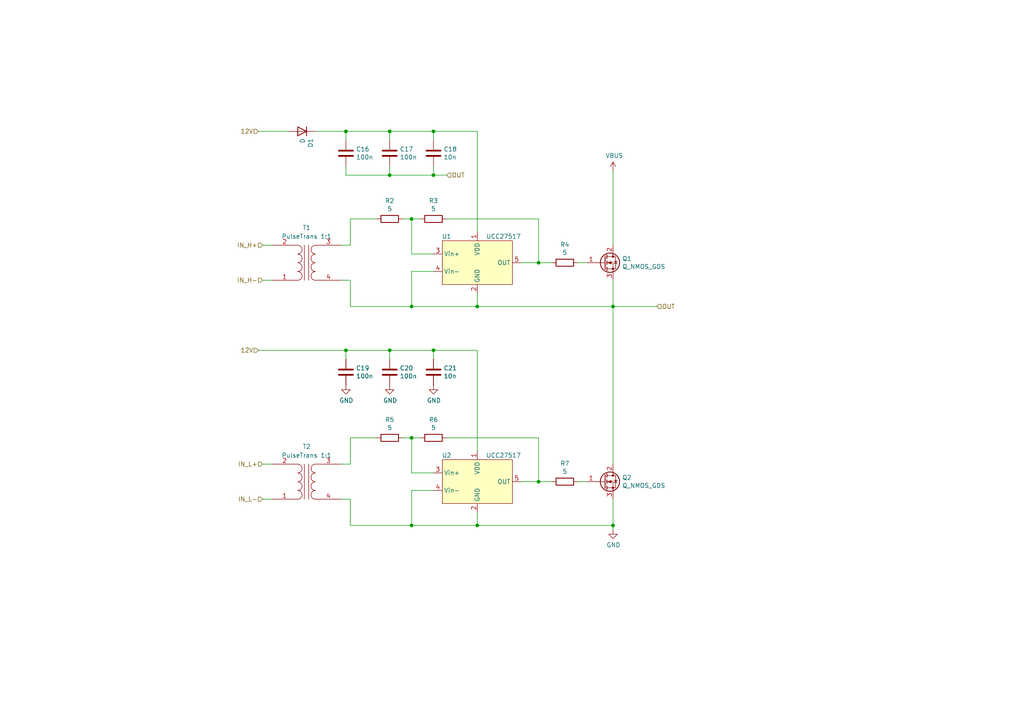
<source format=kicad_sch>
(kicad_sch (version 20211123) (generator eeschema)
  (paper "A4")
  (lib_symbols
    (symbol "Device:C" (pin_numbers hide) (pin_names (offset 0.254))
      (property "Reference" "C" (at 0.635 2.54 0))
      (property "Value" "C" (at 0.635 -2.54 0))
      (symbol "C_0_1"
        (polyline (pts (xy -2.032 -0.762) (xy 2.032 -0.762)) (stroke (width 0.508)))
        (polyline (pts (xy -2.032 0.762) (xy 2.032 0.762)) (stroke (width 0.508)))
      )
      (symbol "C_1_1"
        (pin passive line (at 0 3.81 270) (length 2.794) (name "~") (number "1"))
        (pin passive line (at 0 -3.81 90) (length 2.794) (name "~") (number "2"))
      )
    )
    (symbol "Device:D" (pin_numbers hide) (pin_names (offset 1.016) hide)
      (property "Reference" "D" (at 0 2.54 0))
      (property "Value" "D" (at 0 -2.54 0))
      (symbol "D_0_1"
        (polyline (pts (xy -1.27 1.27) (xy -1.27 -1.27)) (stroke (width 0.254)))
        (polyline (pts (xy 1.27 0) (xy -1.27 0)))
        (polyline (pts (xy 1.27 1.27) (xy 1.27 -1.27) (xy -1.27 0) (xy 1.27 1.27)) (stroke (width 0.254)))
      )
      (symbol "D_1_1"
        (pin passive line (at -3.81 0 0) (length 2.54) (name "K") (number "1"))
        (pin passive line (at 3.81 0 180) (length 2.54) (name "A") (number "2"))
      )
    )
    (symbol "Device:Q_NMOS_GDS" (pin_names (offset 0) hide)
      (property "Reference" "Q" (at 5.08 1.27 0))
      (property "Value" "Q_NMOS_GDS" (at 5.08 -1.27 0))
      (symbol "Q_NMOS_GDS_0_1"
        (polyline (pts (xy 0.254 0) (xy -2.54 0)))
        (polyline (pts (xy 0.254 1.905) (xy 0.254 -1.905)) (stroke (width 0.254)))
        (polyline (pts (xy 0.762 -1.27) (xy 0.762 -2.286)) (stroke (width 0.254)))
        (polyline (pts (xy 0.762 0.508) (xy 0.762 -0.508)) (stroke (width 0.254)))
        (polyline (pts (xy 0.762 2.286) (xy 0.762 1.27)) (stroke (width 0.254)))
        (polyline (pts (xy 2.54 2.54) (xy 2.54 1.778)))
        (polyline (pts (xy 2.54 -2.54) (xy 2.54 0) (xy 0.762 0)))
        (polyline (pts (xy 0.762 -1.778) (xy 3.302 -1.778) (xy 3.302 1.778) (xy 0.762 1.778)))
        (polyline (pts (xy 1.016 0) (xy 2.032 0.381) (xy 2.032 -0.381) (xy 1.016 0)) (fill (type outline)))
        (polyline (pts (xy 2.794 0.508) (xy 2.921 0.381) (xy 3.683 0.381) (xy 3.81 0.254)))
        (polyline (pts (xy 3.302 0.381) (xy 2.921 -0.254) (xy 3.683 -0.254) (xy 3.302 0.381)))
        (circle (center 1.651 0) (radius 2.794) (stroke (width 0.254)))
        (circle (center 2.54 -1.778) (radius 0.254) (fill (type outline)))
        (circle (center 2.54 1.778) (radius 0.254) (fill (type outline)))
      )
      (symbol "Q_NMOS_GDS_1_1"
        (pin input line (at -5.08 0 0) (length 2.54) (name "G") (number "1"))
        (pin passive line (at 2.54 5.08 270) (length 2.54) (name "D") (number "2"))
        (pin passive line (at 2.54 -5.08 90) (length 2.54) (name "S") (number "3"))
      )
    )
    (symbol "Device:R" (pin_numbers hide) (pin_names (offset 0))
      (property "Reference" "R" (at 2.032 0 90))
      (property "Value" "R" (at 0 0 90))
      (symbol "R_0_1"
        (rectangle (start -1.016 -2.54) (end 1.016 2.54) (stroke (width 0.254)))
      )
      (symbol "R_1_1"
        (pin passive line (at 0 3.81 270) (length 1.27) (name "~") (number "1"))
        (pin passive line (at 0 -3.81 90) (length 1.27) (name "~") (number "2"))
      )
    )
    (symbol "Device:Transformer_1P_1S" (pin_names (offset 1.016) hide)
      (property "Reference" "T" (at 0 6.35 0))
      (property "Value" "Transformer_1P_1S" (at 0 -7.62 0))
      (symbol "Transformer_1P_1S_0_1"
        (arc (start -2.54 -5.0546) (mid -1.6561 -4.6863) (end -1.27 -3.81))
        (arc (start -2.54 -2.5146) (mid -1.6561 -2.1463) (end -1.27 -1.27))
        (arc (start -2.54 0.0254) (mid -1.6561 0.3937) (end -1.27 1.27))
        (arc (start -2.54 2.5654) (mid -1.6561 2.9337) (end -1.27 3.81))
        (arc (start -1.27 -3.81) (mid -1.642 -2.912) (end -2.54 -2.54))
        (arc (start -1.27 -1.27) (mid -1.642 -0.372) (end -2.54 0))
        (arc (start -1.27 1.27) (mid -1.642 2.168) (end -2.54 2.54))
        (arc (start -1.27 3.81) (mid -1.642 4.708) (end -2.54 5.08))
        (polyline (pts (xy -0.635 5.08) (xy -0.635 -5.08)))
        (polyline (pts (xy 0.635 -5.08) (xy 0.635 5.08)))
        (arc (start 1.2954 -1.27) (mid 1.6599 -2.1501) (end 2.54 -2.5146))
        (arc (start 1.2954 1.27) (mid 1.6599 0.3899) (end 2.54 0.0254))
        (arc (start 1.2954 3.81) (mid 1.6599 2.9299) (end 2.54 2.5654))
        (arc (start 1.3208 -3.81) (mid 1.6853 -4.6901) (end 2.5654 -5.0546))
        (arc (start 2.54 0) (mid 1.6456 -0.3683) (end 1.2954 -1.27))
        (arc (start 2.54 2.54) (mid 1.6456 2.1717) (end 1.2954 1.27))
        (arc (start 2.54 5.08) (mid 1.6456 4.7117) (end 1.2954 3.81))
        (arc (start 2.5654 -2.54) (mid 1.671 -2.9083) (end 1.3208 -3.81))
      )
      (symbol "Transformer_1P_1S_1_1"
        (pin passive line (at -10.16 5.08 0) (length 7.62) (name "AA") (number "1"))
        (pin passive line (at -10.16 -5.08 0) (length 7.62) (name "AB") (number "2"))
        (pin passive line (at 10.16 -5.08 180) (length 7.62) (name "SA") (number "3"))
        (pin passive line (at 10.16 5.08 180) (length 7.62) (name "SB") (number "4"))
      )
    )
    (symbol "power:GND" (power) (pin_names (offset 0))
      (property "Value" "GND" (at 0 -3.81 0))
      (symbol "GND_0_1"
        (polyline (pts (xy 0 0) (xy 0 -1.27) (xy 1.27 -1.27) (xy 0 -2.54) (xy -1.27 -1.27) (xy 0 -1.27)))
      )
      (symbol "GND_1_1"
        (pin power_in line (at 0 0 270) (length 0) hide (name "GND") (number "1"))
      )
    )
    (symbol "power:VBUS" (power) (pin_names (offset 0))
      (property "Value" "VBUS" (at 0 3.81 0))
      (symbol "VBUS_0_1"
        (polyline (pts (xy -0.762 1.27) (xy 0 2.54)))
        (polyline (pts (xy 0 0) (xy 0 2.54)))
        (polyline (pts (xy 0 2.54) (xy 0.762 1.27)))
      )
      (symbol "VBUS_1_1"
        (pin power_in line (at 0 0 90) (length 0) hide (name "VBUS") (number "1"))
      )
    )
    (symbol "universal-half-bridge-parts:UCC27517"
      (property "Reference" "U" (at -8.89 7.62 0))
      (property "Value" "UCC27517" (at 7.62 7.62 0))
      (symbol "UCC27517_0_1"
        (rectangle (start -10.16 6.35) (end 10.16 -6.35) (fill (type background)))
      )
      (symbol "UCC27517_1_1"
        (pin power_in line (at 0 8.89 270) (length 2.54) (name "VDD") (number "1"))
        (pin power_in line (at 0 -8.89 90) (length 2.54) (name "GND") (number "2"))
        (pin output line (at -12.7 2.54 0) (length 2.54) (name "Vin+") (number "3"))
        (pin output line (at -12.7 -2.54 0) (length 2.54) (name "Vin-") (number "4"))
        (pin output line (at 12.7 0 180) (length 2.54) (name "OUT") (number "5"))
      )
    )
  )
  (junction (at 177.8 88.9))
  (junction (at 113.03 38.1))
  (junction (at 119.38 127))
  (junction (at 138.43 152.4))
  (junction (at 177.8 152.4))
  (junction (at 125.73 38.1))
  (junction (at 156.21 76.2))
  (junction (at 119.38 152.4))
  (junction (at 119.38 88.9))
  (junction (at 100.33 101.6))
  (junction (at 138.43 88.9))
  (junction (at 113.03 50.8))
  (junction (at 156.21 139.7))
  (junction (at 100.33 38.1))
  (junction (at 113.03 101.6))
  (junction (at 125.73 101.6))
  (junction (at 125.73 50.8))
  (junction (at 119.38 63.5))
  (wire (pts (xy 125.73 40.64) (xy 125.73 38.1)))
  (wire (pts (xy 99.06 81.28) (xy 101.6 81.28)))
  (wire (pts (xy 101.6 127) (xy 109.22 127)))
  (wire (pts (xy 101.6 81.28) (xy 101.6 88.9)))
  (wire (pts (xy 119.38 142.24) (xy 125.73 142.24)))
  (wire (pts (xy 151.13 76.2) (xy 156.21 76.2)))
  (wire (pts (xy 76.2 81.28) (xy 78.74 81.28)))
  (wire (pts (xy 74.93 101.6) (xy 100.33 101.6)))
  (wire (pts (xy 119.38 127) (xy 121.92 127)))
  (wire (pts (xy 138.43 88.9) (xy 138.43 85.09)))
  (wire (pts (xy 113.03 50.8) (xy 113.03 48.26)))
  (wire (pts (xy 167.64 76.2) (xy 170.18 76.2)))
  (wire (pts (xy 119.38 152.4) (xy 119.38 142.24)))
  (wire (pts (xy 125.73 104.14) (xy 125.73 101.6)))
  (wire (pts (xy 101.6 63.5) (xy 101.6 71.12)))
  (wire (pts (xy 101.6 134.62) (xy 99.06 134.62)))
  (wire (pts (xy 156.21 139.7) (xy 160.02 139.7)))
  (wire (pts (xy 101.6 127) (xy 101.6 134.62)))
  (wire (pts (xy 100.33 48.26) (xy 100.33 50.8)))
  (wire (pts (xy 119.38 137.16) (xy 119.38 127)))
  (wire (pts (xy 101.6 144.78) (xy 101.6 152.4)))
  (wire (pts (xy 76.2 134.62) (xy 78.74 134.62)))
  (wire (pts (xy 138.43 67.31) (xy 138.43 38.1)))
  (wire (pts (xy 177.8 81.28) (xy 177.8 88.9)))
  (wire (pts (xy 100.33 38.1) (xy 100.33 40.64)))
  (wire (pts (xy 125.73 50.8) (xy 129.54 50.8)))
  (wire (pts (xy 113.03 50.8) (xy 125.73 50.8)))
  (wire (pts (xy 167.64 139.7) (xy 170.18 139.7)))
  (wire (pts (xy 113.03 38.1) (xy 125.73 38.1)))
  (wire (pts (xy 76.2 144.78) (xy 78.74 144.78)))
  (wire (pts (xy 113.03 101.6) (xy 113.03 104.14)))
  (wire (pts (xy 177.8 88.9) (xy 138.43 88.9)))
  (wire (pts (xy 101.6 71.12) (xy 99.06 71.12)))
  (wire (pts (xy 129.54 127) (xy 156.21 127)))
  (wire (pts (xy 100.33 101.6) (xy 113.03 101.6)))
  (wire (pts (xy 138.43 152.4) (xy 138.43 148.59)))
  (wire (pts (xy 125.73 137.16) (xy 119.38 137.16)))
  (wire (pts (xy 101.6 152.4) (xy 119.38 152.4)))
  (wire (pts (xy 119.38 88.9) (xy 138.43 88.9)))
  (wire (pts (xy 177.8 49.53) (xy 177.8 71.12)))
  (wire (pts (xy 119.38 63.5) (xy 121.92 63.5)))
  (wire (pts (xy 156.21 76.2) (xy 156.21 63.5)))
  (wire (pts (xy 151.13 139.7) (xy 156.21 139.7)))
  (wire (pts (xy 99.06 144.78) (xy 101.6 144.78)))
  (wire (pts (xy 119.38 78.74) (xy 119.38 88.9)))
  (wire (pts (xy 177.8 153.67) (xy 177.8 152.4)))
  (wire (pts (xy 129.54 63.5) (xy 156.21 63.5)))
  (wire (pts (xy 119.38 73.66) (xy 125.73 73.66)))
  (wire (pts (xy 101.6 88.9) (xy 119.38 88.9)))
  (wire (pts (xy 113.03 38.1) (xy 113.03 40.64)))
  (wire (pts (xy 177.8 88.9) (xy 190.5 88.9)))
  (wire (pts (xy 177.8 144.78) (xy 177.8 152.4)))
  (wire (pts (xy 138.43 101.6) (xy 125.73 101.6)))
  (wire (pts (xy 125.73 38.1) (xy 138.43 38.1)))
  (wire (pts (xy 125.73 78.74) (xy 119.38 78.74)))
  (wire (pts (xy 177.8 152.4) (xy 138.43 152.4)))
  (wire (pts (xy 109.22 63.5) (xy 101.6 63.5)))
  (wire (pts (xy 138.43 130.81) (xy 138.43 101.6)))
  (wire (pts (xy 116.84 127) (xy 119.38 127)))
  (wire (pts (xy 100.33 101.6) (xy 100.33 104.14)))
  (wire (pts (xy 100.33 50.8) (xy 113.03 50.8)))
  (wire (pts (xy 119.38 63.5) (xy 119.38 73.66)))
  (wire (pts (xy 156.21 127) (xy 156.21 139.7)))
  (wire (pts (xy 177.8 88.9) (xy 177.8 134.62)))
  (wire (pts (xy 156.21 76.2) (xy 160.02 76.2)))
  (wire (pts (xy 100.33 38.1) (xy 113.03 38.1)))
  (wire (pts (xy 91.44 38.1) (xy 100.33 38.1)))
  (wire (pts (xy 76.2 71.12) (xy 78.74 71.12)))
  (wire (pts (xy 116.84 63.5) (xy 119.38 63.5)))
  (wire (pts (xy 113.03 101.6) (xy 125.73 101.6)))
  (wire (pts (xy 125.73 50.8) (xy 125.73 48.26)))
  (wire (pts (xy 74.93 38.1) (xy 83.82 38.1)))
  (wire (pts (xy 138.43 152.4) (xy 119.38 152.4)))
  (hierarchical_label "12V" (shape input) (at 74.93 101.6 180))
  (hierarchical_label "IN_L+" (shape input) (at 76.2 134.62 180))
  (hierarchical_label "12V" (shape input) (at 74.93 38.1 180))
  (hierarchical_label "OUT" (shape input) (at 129.54 50.8 0))
  (hierarchical_label "IN_H+" (shape input) (at 76.2 71.12 180))
  (hierarchical_label "OUT" (shape input) (at 190.5 88.9 0))
  (hierarchical_label "IN_H-" (shape input) (at 76.2 81.28 180))
  (hierarchical_label "IN_L-" (shape input) (at 76.2 144.78 180))
  (symbol (lib_id "Device:C") (at 113.03 107.95 180)
    (property "Reference" "C20" (at 115.951 106.7816 0) (effects (justify right)))
    (property "Value" "100n" (at 115.951 109.093 0) (effects (justify right)))
    (property "Footprint" "Capacitor_SMD:C_0603_1608Metric" (effects hide))
  )
  (symbol (lib_id "universal-half-bridge-parts:UCC27517") (at 138.43 76.2 0)
    (property "Reference" "U1" (at 129.54 68.58 0))
    (property "Value" "UCC27517" (at 146.05 68.58 0))
    (property "Footprint" "Package_TO_SOT_SMD:SOT-23-5" (effects hide))
  )
  (symbol (lib_id "power:GND") (at 125.73 111.76 0)
    (property "Reference" "#PWR071" (effects hide))
    (property "Value" "GND" (at 125.857 116.1542 0))
  )
  (symbol (lib_id "Device:R") (at 125.73 63.5 270)
    (property "Reference" "R3" (at 125.73 58.2422 90))
    (property "Value" "5" (at 125.73 60.5536 90))
    (property "Footprint" "Resistor_SMD:R_0805_2012Metric" (effects hide))
  )
  (symbol (lib_id "Device:C") (at 100.33 44.45 180)
    (property "Reference" "C16" (at 103.251 43.2816 0) (effects (justify right)))
    (property "Value" "100n" (at 103.251 45.593 0) (effects (justify right)))
    (property "Footprint" "Capacitor_SMD:C_0603_1608Metric" (effects hide))
  )
  (symbol (lib_id "Device:Q_NMOS_GDS") (at 175.26 76.2 0)
    (property "Reference" "Q1" (at 180.4416 75.0316 0) (effects (justify left)))
    (property "Value" "Q_NMOS_GDS" (at 180.4416 77.343 0) (effects (justify left)))
    (property "Footprint" "Package_TO_SOT_THT:TO-247-3_Horizontal_TabUp" (effects hide))
  )
  (symbol (lib_id "power:GND") (at 113.03 111.76 0)
    (property "Reference" "#PWR070" (effects hide))
    (property "Value" "GND" (at 113.157 116.1542 0))
  )
  (symbol (lib_id "Device:R") (at 163.83 76.2 270)
    (property "Reference" "R4" (at 163.83 70.9422 90))
    (property "Value" "5" (at 163.83 73.2536 90))
    (property "Footprint" "Resistor_SMD:R_2512_6332Metric_Pad1.40x3.35mm_HandSolder" (effects hide))
  )
  (symbol (lib_id "universal-half-bridge-parts:UCC27517") (at 138.43 139.7 0)
    (property "Reference" "U2" (at 129.54 132.08 0))
    (property "Value" "UCC27517" (at 146.05 132.08 0))
    (property "Footprint" "Package_TO_SOT_SMD:SOT-23-5" (effects hide))
  )
  (symbol (lib_id "Device:C") (at 125.73 107.95 180)
    (property "Reference" "C21" (at 128.651 106.7816 0) (effects (justify right)))
    (property "Value" "10n" (at 128.651 109.093 0) (effects (justify right)))
    (property "Footprint" "Capacitor_SMD:C_0603_1608Metric" (effects hide))
  )
  (symbol (lib_id "Device:Transformer_1P_1S") (at 88.9 139.7 0) (mirror x)
    (property "Reference" "T2" (at 88.9127 129.54 0))
    (property "Value" "PulseTrans 1:1" (at 88.9127 132.08 0))
    (property "Footprint" "universal-half-bridge:ESMIT-4180" (effects hide))
  )
  (symbol (lib_id "Device:Transformer_1P_1S") (at 88.9 76.2 0) (mirror x)
    (property "Reference" "T1" (at 88.9127 66.04 0))
    (property "Value" "PulseTrans 1:1" (at 88.9127 68.58 0))
    (property "Footprint" "universal-half-bridge:ESMIT-4180" (effects hide))
  )
  (symbol (lib_id "power:GND") (at 100.33 111.76 0)
    (property "Reference" "#PWR069" (effects hide))
    (property "Value" "GND" (at 100.457 116.1542 0))
  )
  (symbol (lib_id "power:VBUS") (at 177.8 49.53 0)
    (property "Reference" "#PWR068" (effects hide))
    (property "Value" "VBUS" (at 178.181 45.1358 0))
  )
  (symbol (lib_id "Device:C") (at 100.33 107.95 180)
    (property "Reference" "C19" (at 103.251 106.7816 0) (effects (justify right)))
    (property "Value" "100n" (at 103.251 109.093 0) (effects (justify right)))
    (property "Footprint" "Capacitor_SMD:C_0603_1608Metric" (effects hide))
  )
  (symbol (lib_id "Device:R") (at 125.73 127 270)
    (property "Reference" "R6" (at 125.73 121.7422 90))
    (property "Value" "5" (at 125.73 124.0536 90))
    (property "Footprint" "Resistor_SMD:R_0805_2012Metric" (effects hide))
  )
  (symbol (lib_id "Device:R") (at 113.03 63.5 270)
    (property "Reference" "R2" (at 113.03 58.2422 90))
    (property "Value" "5" (at 113.03 60.5536 90))
    (property "Footprint" "Resistor_SMD:R_0805_2012Metric" (effects hide))
  )
  (symbol (lib_id "Device:R") (at 163.83 139.7 270)
    (property "Reference" "R7" (at 163.83 134.4422 90))
    (property "Value" "5" (at 163.83 136.7536 90))
    (property "Footprint" "Resistor_SMD:R_2512_6332Metric_Pad1.40x3.35mm_HandSolder" (effects hide))
  )
  (symbol (lib_id "Device:C") (at 113.03 44.45 180)
    (property "Reference" "C17" (at 115.951 43.2816 0) (effects (justify right)))
    (property "Value" "100n" (at 115.951 45.593 0) (effects (justify right)))
    (property "Footprint" "Capacitor_SMD:C_0603_1608Metric" (effects hide))
  )
  (symbol (lib_id "Device:D") (at 87.63 38.1 180)
    (property "Reference" "D1" (at 90.0684 40.1066 90) (effects (justify left)))
    (property "Value" "D" (at 87.757 40.1066 90) (effects (justify left)))
    (property "Footprint" "Diode_SMD:D_SMA" (effects hide))
  )
  (symbol (lib_id "Device:Q_NMOS_GDS") (at 175.26 139.7 0)
    (property "Reference" "Q2" (at 180.4416 138.5316 0) (effects (justify left)))
    (property "Value" "Q_NMOS_GDS" (at 180.4416 140.843 0) (effects (justify left)))
    (property "Footprint" "Package_TO_SOT_THT:TO-247-3_Horizontal_TabUp" (effects hide))
  )
  (symbol (lib_id "power:GND") (at 177.8 153.67 0)
    (property "Reference" "#PWR072" (effects hide))
    (property "Value" "GND" (at 177.927 158.0642 0))
  )
  (symbol (lib_id "Device:C") (at 125.73 44.45 180)
    (property "Reference" "C18" (at 128.651 43.2816 0) (effects (justify right)))
    (property "Value" "10n" (at 128.651 45.593 0) (effects (justify right)))
    (property "Footprint" "Capacitor_SMD:C_0603_1608Metric" (effects hide))
  )
  (symbol (lib_id "Device:R") (at 113.03 127 270)
    (property "Reference" "R5" (at 113.03 121.7422 90))
    (property "Value" "5" (at 113.03 124.0536 90))
    (property "Footprint" "Resistor_SMD:R_0805_2012Metric" (effects hide))
  )
)
</source>
